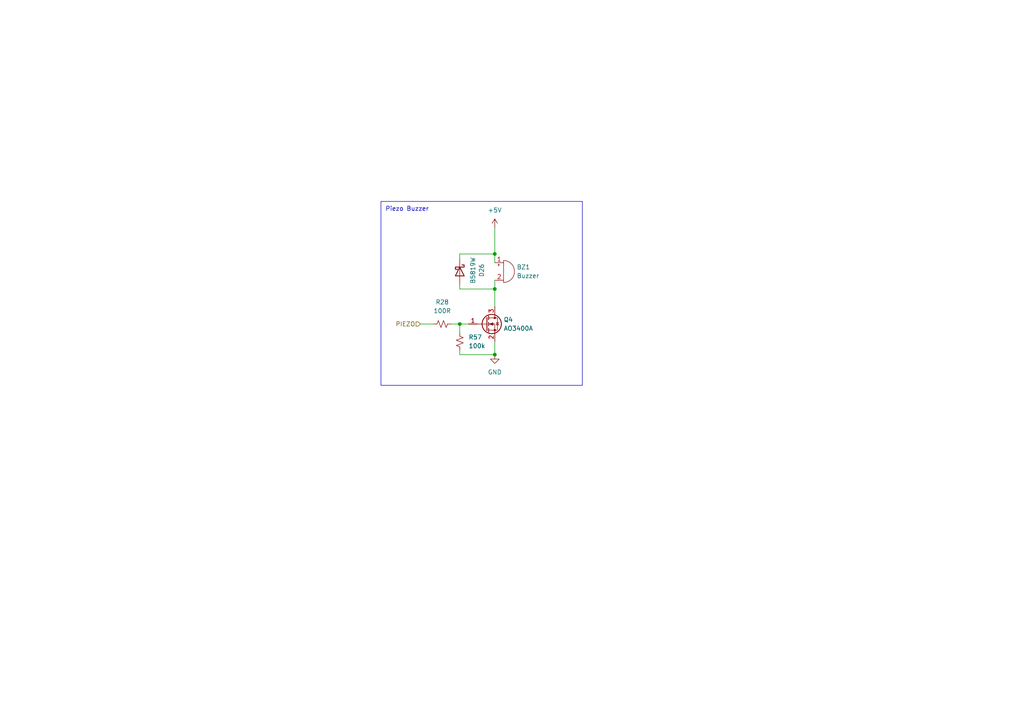
<source format=kicad_sch>
(kicad_sch (version 20250114) (generator "eeschema") (generator_version "9.0")
  (paper "A4")
  (title_block (title "https://github.com/hoeken/sendit") (date "2025-08-28") (rev "C"))
  (lib_symbols
    (symbol "Device:Buzzer" (pin_names (offset 0.0254) (hide yes))
      (property "Reference" "BZ" (at 3.81 1.27 0))
      (property "Value" "Buzzer" (at 3.81 -1.27 0))
      (symbol "Buzzer_0_1"
        (polyline (pts (xy -1.651 1.905) (xy -1.143 1.905)))
        (polyline (pts (xy -1.397 2.159) (xy -1.397 1.651)))
        (arc (start 0 3.175) (mid 3.1612 0) (end 0 -3.175))
        (polyline (pts (xy 0 3.175) (xy 0 -3.175)))
      )
      (symbol "Buzzer_1_1"
        (pin passive line (at -2.54 2.54 0) (length 2.54) (name "+") (number "1"))
        (pin passive line (at -2.54 -2.54 0) (length 2.54) (name "-") (number "2"))
      )
    )
    (symbol "Device:D_Schottky" (pin_numbers (hide yes)) (pin_names (offset 1.016) (hide yes))
      (property "Reference" "D" (at 0 2.54 0))
      (property "Value" "D_Schottky" (at 0 -2.54 0))
      (symbol "D_Schottky_0_1"
        (polyline (pts (xy -1.905 0.635) (xy -1.905 1.27) (xy -1.27 1.27) (xy -1.27 -1.27) (xy -0.635 -1.27) (xy -0.635 -0.635)) (stroke (width 0.254)))
        (polyline (pts (xy 1.27 1.27) (xy 1.27 -1.27) (xy -1.27 0) (xy 1.27 1.27)) (stroke (width 0.254)))
        (polyline (pts (xy 1.27 0) (xy -1.27 0)))
      )
      (symbol "D_Schottky_1_1"
        (pin passive line (at -3.81 0 0) (length 2.54) (name "K") (number "1"))
        (pin passive line (at 3.81 0 180) (length 2.54) (name "A") (number "2"))
      )
    )
    (symbol "Device:R_Small_US" (pin_numbers (hide yes)) (pin_names (offset 0.254) (hide yes))
      (property "Reference" "R" (at 0.762 0.508 0))
      (property "Value" "R_Small_US" (at 0.762 -1.016 0))
      (symbol "R_Small_US_1_1"
        (polyline (pts (xy 0 1.524) (xy 1.016 1.143) (xy 0 0.762) (xy -1.016 0.381) (xy 0 0)))
        (polyline (pts (xy 0 0) (xy 1.016 -0.381) (xy 0 -0.762) (xy -1.016 -1.143) (xy 0 -1.524)))
        (pin passive line (at 0 2.54 270) (length 1.016) (name "~") (number "1"))
        (pin passive line (at 0 -2.54 90) (length 1.016) (name "~") (number "2"))
      )
    )
    (symbol "Transistor_FET:AO3400A" (pin_names (offset 0) (hide yes))
      (property "Reference" "Q" (at 5.08 1.905 0))
      (property "Value" "AO3400A" (at 5.08 0 0))
      (symbol "AO3400A_0_1"
        (polyline (pts (xy 0.254 1.905) (xy 0.254 -1.905)) (stroke (width 0.254)))
        (polyline (pts (xy 0.254 0) (xy -2.54 0)))
        (polyline (pts (xy 0.762 2.286) (xy 0.762 1.27)) (stroke (width 0.254)))
        (polyline (pts (xy 0.762 0.508) (xy 0.762 -0.508)) (stroke (width 0.254)))
        (polyline (pts (xy 0.762 -1.27) (xy 0.762 -2.286)) (stroke (width 0.254)))
        (polyline (pts (xy 0.762 -1.778) (xy 3.302 -1.778) (xy 3.302 1.778) (xy 0.762 1.778)))
        (polyline (pts (xy 1.016 0) (xy 2.032 0.381) (xy 2.032 -0.381) (xy 1.016 0)) (fill (type outline)))
        (circle (center 1.651 0) (radius 2.794) (stroke (width 0.254)))
        (polyline (pts (xy 2.54 2.54) (xy 2.54 1.778)))
        (circle (center 2.54 1.778) (radius 0.254) (fill (type outline)))
        (circle (center 2.54 -1.778) (radius 0.254) (fill (type outline)))
        (polyline (pts (xy 2.54 -2.54) (xy 2.54 0) (xy 0.762 0)))
        (polyline (pts (xy 2.921 0.381) (xy 3.683 0.381)))
        (polyline (pts (xy 3.302 0.381) (xy 2.921 -0.254) (xy 3.683 -0.254) (xy 3.302 0.381)))
      )
      (symbol "AO3400A_1_1"
        (pin input line (at -5.08 0 0) (length 2.54) (name "G") (number "1"))
        (pin passive line (at 2.54 5.08 270) (length 2.54) (name "D") (number "3"))
        (pin passive line (at 2.54 -5.08 90) (length 2.54) (name "S") (number "2"))
      )
    )
    (symbol "power:+5V" (power) (pin_numbers (hide yes)) (pin_names (offset 0) (hide yes))
      (property "Value" "+5V" (at 0 3.556 0))
      (symbol "+5V_0_1"
        (polyline (pts (xy -0.762 1.27) (xy 0 2.54)))
        (polyline (pts (xy 0 2.54) (xy 0.762 1.27)))
        (polyline (pts (xy 0 0) (xy 0 2.54)))
      )
      (symbol "+5V_1_1"
        (pin power_in line (at 0 0 90) (length 0) (name "~") (number "1"))
      )
    )
    (symbol "power:GND" (power) (pin_numbers (hide yes)) (pin_names (offset 0) (hide yes))
      (property "Value" "GND" (at 0 -3.81 0))
      (symbol "GND_0_1"
        (polyline (pts (xy 0 0) (xy 0 -1.27) (xy 1.27 -1.27) (xy 0 -2.54) (xy -1.27 -1.27) (xy 0 -1.27)))
      )
      (symbol "GND_1_1"
        (pin power_in line (at 0 0 270) (length 0) (name "~") (number "1"))
      )
    )
  )
  (rectangle (start 110.49 58.42) (end 168.91 111.76))
  (text "Piezo Buzzer" (at 111.76 61.468 0) (effects (font (size 1.27 1.27)) (justify left bottom)))
  (junction (at 143.51 83.82))
  (junction (at 143.51 73.66))
  (junction (at 143.51 102.87))
  (junction (at 133.35 93.98))
  (wire (pts (xy 143.51 73.66) (xy 143.51 76.2)))
  (wire (pts (xy 143.51 83.82) (xy 143.51 88.9)))
  (wire (pts (xy 143.51 99.06) (xy 143.51 102.87)))
  (wire (pts (xy 133.35 93.98) (xy 135.89 93.98)))
  (wire (pts (xy 133.35 93.98) (xy 133.35 96.52)))
  (wire (pts (xy 143.51 73.66) (xy 133.35 73.66)))
  (wire (pts (xy 143.51 66.04) (xy 143.51 73.66)))
  (wire (pts (xy 133.35 73.66) (xy 133.35 74.93)))
  (wire (pts (xy 130.81 93.98) (xy 133.35 93.98)))
  (wire (pts (xy 143.51 83.82) (xy 133.35 83.82)))
  (wire (pts (xy 133.35 83.82) (xy 133.35 82.55)))
  (wire (pts (xy 133.35 101.6) (xy 133.35 102.87)))
  (wire (pts (xy 121.92 93.98) (xy 125.73 93.98)))
  (wire (pts (xy 133.35 102.87) (xy 143.51 102.87)))
  (wire (pts (xy 143.51 81.28) (xy 143.51 83.82)))
  (hierarchical_label "PIEZO" (shape input) (at 121.92 93.98 180))
  (symbol (lib_id "power:+5V") (at 143.51 66.04 0) (unit 1)
    (property "Reference" "#PWR025" (effects (hide yes)))
    (property "Value" "+5V" (at 143.51 60.96 0))
    (property "Description" "Power symbol creates a global label with name \"+5V\"" (effects (hide yes)))
  )
  (symbol (lib_id "Transistor_FET:AO3400A") (at 140.97 93.98 0) (unit 1)
    (property "Reference" "Q4" (at 146.05 92.71 0) (effects (justify left)))
    (property "Value" "AO3400A" (at 146.05 95.25 0) (effects (justify left)))
    (property "Footprint" "Package_TO_SOT_SMD:SOT-23" (effects (hide yes)))
    (property "Datasheet" "http://www.aosmd.com/pdfs/datasheet/AO3400A.pdf" (effects (hide yes)))
    (property "Description" "30V Vds, 5.7A Id, N-Channel MOSFET, SOT-23" (effects (hide yes)))
    (property "LCSC" "C5224194" (effects (hide yes)))
  )
  (symbol (lib_id "Device:R_Small_US") (at 128.27 93.98 270) (unit 1)
    (property "Reference" "R28" (at 128.27 87.63 90))
    (property "Value" "100R" (at 128.27 90.17 90))
    (property "Footprint" "Resistor_SMD:R_0603_1608Metric" (effects (hide yes)))
    (property "Description" "Resistor, small US symbol" (effects (hide yes)))
  )
  (symbol (lib_id "Device:D_Schottky") (at 133.35 78.74 270) (unit 1)
    (property "Reference" "D26" (at 139.7 78.4225 0))
    (property "Value" "B5819W" (at 137.16 78.4225 0))
    (property "Footprint" "Diode_SMD:D_SOD-123" (effects (hide yes)))
  )
  (symbol (lib_id "power:GND") (at 143.51 102.87 0) (unit 1)
    (property "Reference" "#PWR026" (effects (hide yes)))
    (property "Value" "GND" (at 143.51 107.95 0))
    (property "Description" "Power symbol creates a global label with name \"GND\" , ground" (effects (hide yes)))
  )
  (symbol (lib_id "Device:R_Small_US") (at 133.35 99.06 0) (unit 1)
    (property "Reference" "R57" (at 135.89 97.7899 0) (effects (justify left)))
    (property "Value" "100k" (at 135.89 100.3299 0) (effects (justify left)))
    (property "Footprint" "Resistor_SMD:R_0603_1608Metric" (effects (hide yes)))
    (property "Description" "Resistor, small US symbol" (effects (hide yes)))
  )
  (symbol (lib_id "Device:Buzzer") (at 146.05 78.74 0) (unit 1)
    (property "Reference" "BZ1" (at 149.86 77.4699 0) (effects (justify left)))
    (property "Value" "Buzzer" (at 149.86 80.0099 0) (effects (justify left)))
    (property "Footprint" "Buzzer_Beeper:MagneticBuzzer_PUI_AT-0927-TT-6-R" (effects (hide yes)))
    (property "Description" "Buzzer, polarized" (effects (hide yes)))
    (property "LCSC" "C96256" (effects (hide yes)))
  )
)
</source>
